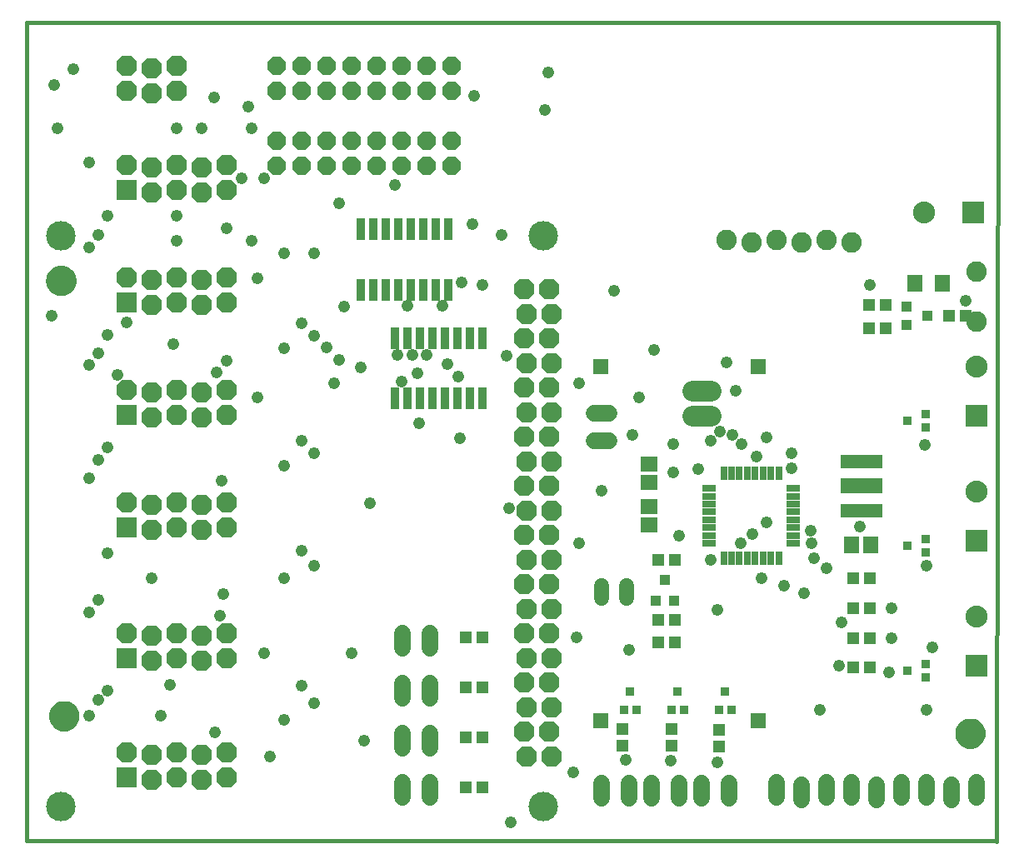
<source format=gts>
G75*
%MOIN*%
%OFA0B0*%
%FSLAX24Y24*%
%IPPOS*%
%LPD*%
%AMOC8*
5,1,8,0,0,1.08239X$1,22.5*
%
%ADD10C,0.0160*%
%ADD11C,0.0820*%
%ADD12R,0.1655X0.0552*%
%ADD13R,0.1655X0.0631*%
%ADD14C,0.0680*%
%ADD15R,0.0580X0.0300*%
%ADD16R,0.0300X0.0580*%
%ADD17R,0.0592X0.0671*%
%ADD18R,0.0671X0.0592*%
%ADD19R,0.0631X0.0710*%
%ADD20R,0.0820X0.0820*%
%ADD21OC8,0.0820*%
%ADD22C,0.0820*%
%ADD23C,0.0500*%
%ADD24C,0.0474*%
%ADD25R,0.0880X0.0880*%
%ADD26C,0.0880*%
%ADD27R,0.0434X0.0395*%
%ADD28R,0.0356X0.0356*%
%ADD29R,0.0395X0.0434*%
%ADD30R,0.0513X0.0474*%
%ADD31R,0.0474X0.0513*%
%ADD32C,0.0600*%
%ADD33R,0.0340X0.0880*%
%ADD34OC8,0.0740*%
%ADD35C,0.0000*%
%ADD36C,0.1182*%
%ADD37R,0.0595X0.0595*%
%ADD38C,0.0476*%
D10*
X004043Y005930D02*
X004043Y038680D01*
X042918Y038680D01*
X042843Y005905D01*
X042788Y005930D02*
X004043Y005930D01*
D11*
X030673Y022930D02*
X031413Y022930D01*
X031413Y023930D02*
X030673Y023930D01*
D12*
X037443Y021114D03*
X037443Y019146D03*
D13*
X037443Y020130D03*
D14*
X027343Y021930D02*
X026743Y021930D01*
X026743Y023030D02*
X027343Y023030D01*
X020193Y014230D02*
X020193Y013630D01*
X019093Y013630D02*
X019093Y014230D01*
X019093Y012230D02*
X019093Y011630D01*
X020193Y011630D02*
X020193Y012230D01*
X020193Y010230D02*
X020193Y009630D01*
X019093Y009630D02*
X019093Y010230D01*
X019093Y008280D02*
X019093Y007680D01*
X020193Y007680D02*
X020193Y008280D01*
X027043Y008230D02*
X027043Y007630D01*
X028143Y007630D02*
X028143Y008230D01*
X029043Y008230D02*
X029043Y007630D01*
X030143Y007630D02*
X030143Y008230D01*
X031043Y008230D02*
X031043Y007630D01*
X032143Y007630D02*
X032143Y008230D01*
X034043Y008280D02*
X034043Y007680D01*
X035043Y007580D02*
X035043Y008180D01*
X036043Y008280D02*
X036043Y007680D01*
X037043Y007680D02*
X037043Y008280D01*
X038043Y008180D02*
X038043Y007580D01*
X039043Y007680D02*
X039043Y008280D01*
X040043Y008280D02*
X040043Y007680D01*
X041043Y007580D02*
X041043Y008180D01*
X042043Y008280D02*
X042043Y007680D01*
D15*
X034733Y017828D03*
X034733Y018143D03*
X034733Y018458D03*
X034733Y018773D03*
X034733Y019087D03*
X034733Y019402D03*
X034733Y019717D03*
X034733Y020032D03*
X031353Y020032D03*
X031353Y019717D03*
X031353Y019402D03*
X031353Y019087D03*
X031353Y018773D03*
X031353Y018458D03*
X031353Y018143D03*
X031353Y017828D03*
D16*
X031941Y017240D03*
X032256Y017240D03*
X032570Y017240D03*
X032885Y017240D03*
X033200Y017240D03*
X033515Y017240D03*
X033830Y017240D03*
X034145Y017240D03*
X034145Y020620D03*
X033830Y020620D03*
X033515Y020620D03*
X033200Y020620D03*
X032885Y020620D03*
X032570Y020620D03*
X032256Y020620D03*
X031941Y020620D03*
D17*
X037069Y017780D03*
X037817Y017780D03*
D18*
X028943Y018556D03*
X028943Y019304D03*
X028943Y020256D03*
X028943Y021004D03*
D19*
X039592Y028230D03*
X040694Y028230D03*
D20*
X008043Y027480D03*
X008043Y022980D03*
X008043Y018480D03*
X008043Y013230D03*
X008043Y008480D03*
X008043Y031980D03*
D21*
X008043Y032980D03*
X009043Y032880D03*
X009043Y031880D03*
X010043Y031980D03*
X010043Y032980D03*
X011043Y032880D03*
X011043Y031880D03*
X012043Y031980D03*
X012043Y032980D03*
X010043Y035930D03*
X010043Y036930D03*
X009043Y036830D03*
X009043Y035830D03*
X008043Y035930D03*
X008043Y036930D03*
X008043Y028480D03*
X009043Y028380D03*
X009043Y027380D03*
X010043Y027480D03*
X011043Y027380D03*
X011043Y028380D03*
X012043Y028480D03*
X012043Y027480D03*
X010043Y028480D03*
X010043Y023980D03*
X010043Y022980D03*
X011043Y022880D03*
X012043Y022980D03*
X012043Y023980D03*
X011043Y023880D03*
X009043Y023880D03*
X008043Y023980D03*
X009043Y022880D03*
X009043Y019380D03*
X009043Y018380D03*
X010043Y018480D03*
X010043Y019480D03*
X011043Y019380D03*
X011043Y018380D03*
X012043Y018480D03*
X012043Y019480D03*
X008043Y019480D03*
X008043Y014230D03*
X009043Y014130D03*
X010043Y014230D03*
X010043Y013230D03*
X011043Y013130D03*
X012043Y013230D03*
X012043Y014230D03*
X011043Y014130D03*
X009043Y013130D03*
X009043Y009380D03*
X010043Y009480D03*
X011043Y009380D03*
X012043Y009480D03*
X012043Y008480D03*
X011043Y008380D03*
X010043Y008480D03*
X009043Y008380D03*
X008043Y009480D03*
X023965Y010292D03*
X024065Y011261D03*
X025065Y011261D03*
X024965Y010292D03*
X025065Y009292D03*
X024065Y009292D03*
X023965Y012261D03*
X024965Y012261D03*
X025065Y013229D03*
X024065Y013229D03*
X023965Y014229D03*
X024065Y015198D03*
X025065Y015198D03*
X024965Y014229D03*
X024965Y016198D03*
X025065Y017166D03*
X024065Y017166D03*
X023965Y016198D03*
X023965Y018166D03*
X024965Y018166D03*
X025065Y019135D03*
X024065Y019135D03*
X023965Y020135D03*
X024065Y021103D03*
X025065Y021103D03*
X024965Y020135D03*
X024965Y022103D03*
X025065Y023072D03*
X024065Y023072D03*
X023965Y022103D03*
X023965Y024072D03*
X024065Y025040D03*
X025065Y025040D03*
X024965Y024072D03*
X024965Y026040D03*
X025065Y027009D03*
X024065Y027009D03*
X023965Y026040D03*
X023965Y028009D03*
X024965Y028009D03*
D22*
X032043Y029980D03*
X033043Y029880D03*
X034043Y029980D03*
X035043Y029880D03*
X036043Y029980D03*
X037043Y029880D03*
X042043Y028705D03*
X042043Y026705D03*
D23*
X041439Y010230D02*
X041441Y010267D01*
X041447Y010304D01*
X041456Y010339D01*
X041470Y010374D01*
X041486Y010407D01*
X041507Y010438D01*
X041530Y010467D01*
X041556Y010493D01*
X041585Y010516D01*
X041616Y010537D01*
X041649Y010553D01*
X041684Y010567D01*
X041719Y010576D01*
X041756Y010582D01*
X041793Y010584D01*
X041830Y010582D01*
X041867Y010576D01*
X041902Y010567D01*
X041937Y010553D01*
X041970Y010537D01*
X042001Y010516D01*
X042030Y010493D01*
X042056Y010467D01*
X042079Y010438D01*
X042100Y010407D01*
X042116Y010374D01*
X042130Y010339D01*
X042139Y010304D01*
X042145Y010267D01*
X042147Y010230D01*
X042145Y010193D01*
X042139Y010156D01*
X042130Y010121D01*
X042116Y010086D01*
X042100Y010053D01*
X042079Y010022D01*
X042056Y009993D01*
X042030Y009967D01*
X042001Y009944D01*
X041970Y009923D01*
X041937Y009907D01*
X041902Y009893D01*
X041867Y009884D01*
X041830Y009878D01*
X041793Y009876D01*
X041756Y009878D01*
X041719Y009884D01*
X041684Y009893D01*
X041649Y009907D01*
X041616Y009923D01*
X041585Y009944D01*
X041556Y009967D01*
X041530Y009993D01*
X041507Y010022D01*
X041486Y010053D01*
X041470Y010086D01*
X041456Y010121D01*
X041447Y010156D01*
X041441Y010193D01*
X041439Y010230D01*
X005189Y010930D02*
X005191Y010967D01*
X005197Y011004D01*
X005206Y011039D01*
X005220Y011074D01*
X005236Y011107D01*
X005257Y011138D01*
X005280Y011167D01*
X005306Y011193D01*
X005335Y011216D01*
X005366Y011237D01*
X005399Y011253D01*
X005434Y011267D01*
X005469Y011276D01*
X005506Y011282D01*
X005543Y011284D01*
X005580Y011282D01*
X005617Y011276D01*
X005652Y011267D01*
X005687Y011253D01*
X005720Y011237D01*
X005751Y011216D01*
X005780Y011193D01*
X005806Y011167D01*
X005829Y011138D01*
X005850Y011107D01*
X005866Y011074D01*
X005880Y011039D01*
X005889Y011004D01*
X005895Y010967D01*
X005897Y010930D01*
X005895Y010893D01*
X005889Y010856D01*
X005880Y010821D01*
X005866Y010786D01*
X005850Y010753D01*
X005829Y010722D01*
X005806Y010693D01*
X005780Y010667D01*
X005751Y010644D01*
X005720Y010623D01*
X005687Y010607D01*
X005652Y010593D01*
X005617Y010584D01*
X005580Y010578D01*
X005543Y010576D01*
X005506Y010578D01*
X005469Y010584D01*
X005434Y010593D01*
X005399Y010607D01*
X005366Y010623D01*
X005335Y010644D01*
X005306Y010667D01*
X005280Y010693D01*
X005257Y010722D01*
X005236Y010753D01*
X005220Y010786D01*
X005206Y010821D01*
X005197Y010856D01*
X005191Y010893D01*
X005189Y010930D01*
X005069Y028347D02*
X005071Y028384D01*
X005077Y028421D01*
X005086Y028456D01*
X005100Y028491D01*
X005116Y028524D01*
X005137Y028555D01*
X005160Y028584D01*
X005186Y028610D01*
X005215Y028633D01*
X005246Y028654D01*
X005279Y028670D01*
X005314Y028684D01*
X005349Y028693D01*
X005386Y028699D01*
X005423Y028701D01*
X005460Y028699D01*
X005497Y028693D01*
X005532Y028684D01*
X005567Y028670D01*
X005600Y028654D01*
X005631Y028633D01*
X005660Y028610D01*
X005686Y028584D01*
X005709Y028555D01*
X005730Y028524D01*
X005746Y028491D01*
X005760Y028456D01*
X005769Y028421D01*
X005775Y028384D01*
X005777Y028347D01*
X005775Y028310D01*
X005769Y028273D01*
X005760Y028238D01*
X005746Y028203D01*
X005730Y028170D01*
X005709Y028139D01*
X005686Y028110D01*
X005660Y028084D01*
X005631Y028061D01*
X005600Y028040D01*
X005567Y028024D01*
X005532Y028010D01*
X005497Y028001D01*
X005460Y027995D01*
X005423Y027993D01*
X005386Y027995D01*
X005349Y028001D01*
X005314Y028010D01*
X005279Y028024D01*
X005246Y028040D01*
X005215Y028061D01*
X005186Y028084D01*
X005160Y028110D01*
X005137Y028139D01*
X005116Y028170D01*
X005100Y028203D01*
X005086Y028238D01*
X005077Y028273D01*
X005071Y028310D01*
X005069Y028347D01*
D24*
X005423Y028347D03*
X005543Y010930D03*
X041793Y010230D03*
D25*
X042043Y012930D03*
X042043Y017930D03*
X042043Y022930D03*
X041918Y031055D03*
D26*
X039949Y031055D03*
X042043Y024899D03*
X042043Y019899D03*
X042043Y014899D03*
D27*
X039249Y026556D03*
X039249Y027304D03*
X040076Y026930D03*
D28*
X040007Y022986D03*
X040007Y022474D03*
X039279Y022730D03*
X040007Y017986D03*
X040007Y017474D03*
X039279Y017730D03*
X040007Y012986D03*
X040007Y012474D03*
X039279Y012730D03*
X032249Y011166D03*
X031737Y011166D03*
X031993Y011894D03*
X030349Y011166D03*
X029837Y011166D03*
X030093Y011894D03*
X028449Y011166D03*
X027937Y011166D03*
X028193Y011894D03*
D29*
X029219Y015536D03*
X029967Y015536D03*
X029593Y016363D03*
D30*
X029308Y017180D03*
X029978Y017180D03*
X029978Y014780D03*
X029308Y014780D03*
X029308Y013880D03*
X029978Y013880D03*
X037108Y014030D03*
X037778Y014030D03*
X037778Y015230D03*
X037108Y015230D03*
X037108Y012880D03*
X037778Y012880D03*
X022278Y012080D03*
X021608Y012080D03*
X021608Y010080D03*
X022278Y010080D03*
X022278Y008080D03*
X021608Y008080D03*
X021608Y014080D03*
X022278Y014080D03*
X037758Y026430D03*
X038428Y026430D03*
X038428Y027380D03*
X037758Y027380D03*
X040958Y026930D03*
X041628Y026930D03*
D31*
X037778Y016430D03*
X037108Y016430D03*
X031743Y010365D03*
X031743Y009695D03*
X029843Y009745D03*
X029843Y010415D03*
X027893Y010415D03*
X027893Y009745D03*
D32*
X028043Y015620D02*
X028043Y016140D01*
X027043Y016140D02*
X027043Y015620D01*
D33*
X022293Y023620D03*
X021793Y023620D03*
X021293Y023620D03*
X020793Y023620D03*
X020293Y023620D03*
X019793Y023620D03*
X019293Y023620D03*
X018793Y023620D03*
X018793Y026040D03*
X019293Y026040D03*
X019793Y026040D03*
X020293Y026040D03*
X020793Y026040D03*
X021293Y026040D03*
X021793Y026040D03*
X022293Y026040D03*
X020918Y027970D03*
X020418Y027970D03*
X019918Y027970D03*
X019418Y027970D03*
X018918Y027970D03*
X018418Y027970D03*
X017918Y027970D03*
X017418Y027970D03*
X017418Y030390D03*
X017918Y030390D03*
X018418Y030390D03*
X018918Y030390D03*
X019418Y030390D03*
X019918Y030390D03*
X020418Y030390D03*
X020918Y030390D03*
D34*
X021043Y032930D03*
X021043Y033930D03*
X020043Y033930D03*
X020043Y032930D03*
X019043Y032930D03*
X019043Y033930D03*
X018043Y033930D03*
X018043Y032930D03*
X017043Y032930D03*
X017043Y033930D03*
X016043Y033930D03*
X016043Y032930D03*
X015043Y032930D03*
X015043Y033930D03*
X014043Y033930D03*
X014043Y032930D03*
X014043Y035930D03*
X015043Y035930D03*
X016043Y035930D03*
X017043Y035930D03*
X018043Y035930D03*
X019043Y035930D03*
X020043Y035930D03*
X021043Y035930D03*
X021043Y036930D03*
X020043Y036930D03*
X019043Y036930D03*
X018043Y036930D03*
X017043Y036930D03*
X016043Y036930D03*
X015043Y036930D03*
X014043Y036930D03*
D35*
X004870Y030143D02*
X004872Y030190D01*
X004878Y030236D01*
X004888Y030282D01*
X004901Y030327D01*
X004919Y030370D01*
X004940Y030412D01*
X004964Y030452D01*
X004992Y030489D01*
X005023Y030524D01*
X005057Y030557D01*
X005093Y030586D01*
X005132Y030612D01*
X005173Y030635D01*
X005216Y030654D01*
X005260Y030670D01*
X005305Y030682D01*
X005351Y030690D01*
X005398Y030694D01*
X005444Y030694D01*
X005491Y030690D01*
X005537Y030682D01*
X005582Y030670D01*
X005626Y030654D01*
X005669Y030635D01*
X005710Y030612D01*
X005749Y030586D01*
X005785Y030557D01*
X005819Y030524D01*
X005850Y030489D01*
X005878Y030452D01*
X005902Y030412D01*
X005923Y030370D01*
X005941Y030327D01*
X005954Y030282D01*
X005964Y030236D01*
X005970Y030190D01*
X005972Y030143D01*
X005970Y030096D01*
X005964Y030050D01*
X005954Y030004D01*
X005941Y029959D01*
X005923Y029916D01*
X005902Y029874D01*
X005878Y029834D01*
X005850Y029797D01*
X005819Y029762D01*
X005785Y029729D01*
X005749Y029700D01*
X005710Y029674D01*
X005669Y029651D01*
X005626Y029632D01*
X005582Y029616D01*
X005537Y029604D01*
X005491Y029596D01*
X005444Y029592D01*
X005398Y029592D01*
X005351Y029596D01*
X005305Y029604D01*
X005260Y029616D01*
X005216Y029632D01*
X005173Y029651D01*
X005132Y029674D01*
X005093Y029700D01*
X005057Y029729D01*
X005023Y029762D01*
X004992Y029797D01*
X004964Y029834D01*
X004940Y029874D01*
X004919Y029916D01*
X004901Y029959D01*
X004888Y030004D01*
X004878Y030050D01*
X004872Y030096D01*
X004870Y030143D01*
X024161Y030143D02*
X024163Y030190D01*
X024169Y030236D01*
X024179Y030282D01*
X024192Y030327D01*
X024210Y030370D01*
X024231Y030412D01*
X024255Y030452D01*
X024283Y030489D01*
X024314Y030524D01*
X024348Y030557D01*
X024384Y030586D01*
X024423Y030612D01*
X024464Y030635D01*
X024507Y030654D01*
X024551Y030670D01*
X024596Y030682D01*
X024642Y030690D01*
X024689Y030694D01*
X024735Y030694D01*
X024782Y030690D01*
X024828Y030682D01*
X024873Y030670D01*
X024917Y030654D01*
X024960Y030635D01*
X025001Y030612D01*
X025040Y030586D01*
X025076Y030557D01*
X025110Y030524D01*
X025141Y030489D01*
X025169Y030452D01*
X025193Y030412D01*
X025214Y030370D01*
X025232Y030327D01*
X025245Y030282D01*
X025255Y030236D01*
X025261Y030190D01*
X025263Y030143D01*
X025261Y030096D01*
X025255Y030050D01*
X025245Y030004D01*
X025232Y029959D01*
X025214Y029916D01*
X025193Y029874D01*
X025169Y029834D01*
X025141Y029797D01*
X025110Y029762D01*
X025076Y029729D01*
X025040Y029700D01*
X025001Y029674D01*
X024960Y029651D01*
X024917Y029632D01*
X024873Y029616D01*
X024828Y029604D01*
X024782Y029596D01*
X024735Y029592D01*
X024689Y029592D01*
X024642Y029596D01*
X024596Y029604D01*
X024551Y029616D01*
X024507Y029632D01*
X024464Y029651D01*
X024423Y029674D01*
X024384Y029700D01*
X024348Y029729D01*
X024314Y029762D01*
X024283Y029797D01*
X024255Y029834D01*
X024231Y029874D01*
X024210Y029916D01*
X024192Y029959D01*
X024179Y030004D01*
X024169Y030050D01*
X024163Y030096D01*
X024161Y030143D01*
X024161Y007308D02*
X024163Y007355D01*
X024169Y007401D01*
X024179Y007447D01*
X024192Y007492D01*
X024210Y007535D01*
X024231Y007577D01*
X024255Y007617D01*
X024283Y007654D01*
X024314Y007689D01*
X024348Y007722D01*
X024384Y007751D01*
X024423Y007777D01*
X024464Y007800D01*
X024507Y007819D01*
X024551Y007835D01*
X024596Y007847D01*
X024642Y007855D01*
X024689Y007859D01*
X024735Y007859D01*
X024782Y007855D01*
X024828Y007847D01*
X024873Y007835D01*
X024917Y007819D01*
X024960Y007800D01*
X025001Y007777D01*
X025040Y007751D01*
X025076Y007722D01*
X025110Y007689D01*
X025141Y007654D01*
X025169Y007617D01*
X025193Y007577D01*
X025214Y007535D01*
X025232Y007492D01*
X025245Y007447D01*
X025255Y007401D01*
X025261Y007355D01*
X025263Y007308D01*
X025261Y007261D01*
X025255Y007215D01*
X025245Y007169D01*
X025232Y007124D01*
X025214Y007081D01*
X025193Y007039D01*
X025169Y006999D01*
X025141Y006962D01*
X025110Y006927D01*
X025076Y006894D01*
X025040Y006865D01*
X025001Y006839D01*
X024960Y006816D01*
X024917Y006797D01*
X024873Y006781D01*
X024828Y006769D01*
X024782Y006761D01*
X024735Y006757D01*
X024689Y006757D01*
X024642Y006761D01*
X024596Y006769D01*
X024551Y006781D01*
X024507Y006797D01*
X024464Y006816D01*
X024423Y006839D01*
X024384Y006865D01*
X024348Y006894D01*
X024314Y006927D01*
X024283Y006962D01*
X024255Y006999D01*
X024231Y007039D01*
X024210Y007081D01*
X024192Y007124D01*
X024179Y007169D01*
X024169Y007215D01*
X024163Y007261D01*
X024161Y007308D01*
X004870Y007308D02*
X004872Y007355D01*
X004878Y007401D01*
X004888Y007447D01*
X004901Y007492D01*
X004919Y007535D01*
X004940Y007577D01*
X004964Y007617D01*
X004992Y007654D01*
X005023Y007689D01*
X005057Y007722D01*
X005093Y007751D01*
X005132Y007777D01*
X005173Y007800D01*
X005216Y007819D01*
X005260Y007835D01*
X005305Y007847D01*
X005351Y007855D01*
X005398Y007859D01*
X005444Y007859D01*
X005491Y007855D01*
X005537Y007847D01*
X005582Y007835D01*
X005626Y007819D01*
X005669Y007800D01*
X005710Y007777D01*
X005749Y007751D01*
X005785Y007722D01*
X005819Y007689D01*
X005850Y007654D01*
X005878Y007617D01*
X005902Y007577D01*
X005923Y007535D01*
X005941Y007492D01*
X005954Y007447D01*
X005964Y007401D01*
X005970Y007355D01*
X005972Y007308D01*
X005970Y007261D01*
X005964Y007215D01*
X005954Y007169D01*
X005941Y007124D01*
X005923Y007081D01*
X005902Y007039D01*
X005878Y006999D01*
X005850Y006962D01*
X005819Y006927D01*
X005785Y006894D01*
X005749Y006865D01*
X005710Y006839D01*
X005669Y006816D01*
X005626Y006797D01*
X005582Y006781D01*
X005537Y006769D01*
X005491Y006761D01*
X005444Y006757D01*
X005398Y006757D01*
X005351Y006761D01*
X005305Y006769D01*
X005260Y006781D01*
X005216Y006797D01*
X005173Y006816D01*
X005132Y006839D01*
X005093Y006865D01*
X005057Y006894D01*
X005023Y006927D01*
X004992Y006962D01*
X004964Y006999D01*
X004940Y007039D01*
X004919Y007081D01*
X004901Y007124D01*
X004888Y007169D01*
X004878Y007215D01*
X004872Y007261D01*
X004870Y007308D01*
D36*
X005421Y007308D03*
X024712Y007308D03*
X024712Y030143D03*
X005421Y030143D03*
D37*
X027006Y024893D03*
X033306Y024893D03*
X033306Y010719D03*
X027006Y010719D03*
D38*
X028023Y009160D03*
X029823Y009130D03*
X031673Y009080D03*
X035793Y011180D03*
X036543Y012930D03*
X036668Y014680D03*
X035143Y015830D03*
X034343Y016130D03*
X033443Y016430D03*
X032618Y017830D03*
X033093Y018205D03*
X033668Y018680D03*
X035423Y018340D03*
X035443Y017830D03*
X035543Y017230D03*
X036043Y016830D03*
X037383Y018510D03*
X040043Y016930D03*
X038643Y015230D03*
X038643Y014030D03*
X040293Y013680D03*
X038543Y012680D03*
X040043Y011180D03*
X031693Y015180D03*
X031418Y017180D03*
X030156Y018143D03*
X029918Y020680D03*
X030918Y020805D03*
X031418Y021930D03*
X031793Y022305D03*
X032293Y022180D03*
X032668Y021805D03*
X033243Y021305D03*
X033668Y022055D03*
X034643Y021430D03*
X034643Y020830D03*
X032418Y023930D03*
X032043Y025055D03*
X029168Y025555D03*
X028543Y023680D03*
X028293Y022180D03*
X029918Y021805D03*
X027043Y019930D03*
X026143Y017830D03*
X023343Y019230D03*
X021373Y022040D03*
X019743Y022630D03*
X019053Y024290D03*
X019673Y024640D03*
X019493Y025370D03*
X020053Y025360D03*
X020903Y024990D03*
X021323Y024510D03*
X023243Y025330D03*
X026143Y024230D03*
X027543Y027930D03*
X023043Y030180D03*
X021893Y030605D03*
X021443Y028255D03*
X022293Y028180D03*
X020673Y027320D03*
X019303Y027320D03*
X018883Y025360D03*
X017418Y024870D03*
X016543Y025180D03*
X016043Y025680D03*
X015543Y026130D03*
X015043Y026630D03*
X014343Y025630D03*
X016343Y024230D03*
X015043Y021930D03*
X015543Y021430D03*
X014343Y020930D03*
X011843Y020330D03*
X015043Y017530D03*
X015543Y016930D03*
X014343Y016430D03*
X011918Y015805D03*
X011793Y014930D03*
X013543Y013430D03*
X015043Y012130D03*
X015543Y011430D03*
X014343Y010780D03*
X013793Y009305D03*
X011593Y010280D03*
X009418Y010930D03*
X009793Y012180D03*
X007293Y011930D03*
X006918Y011555D03*
X006543Y010930D03*
X006543Y015055D03*
X006918Y015555D03*
X009043Y016430D03*
X007293Y017430D03*
X006543Y020430D03*
X006918Y021180D03*
X007293Y021680D03*
X007693Y024580D03*
X006918Y025430D03*
X006543Y024955D03*
X007293Y026180D03*
X008043Y026680D03*
X009918Y025805D03*
X011643Y024680D03*
X012043Y025130D03*
X013293Y023680D03*
X016763Y027310D03*
X015543Y029430D03*
X014343Y029430D03*
X013043Y029930D03*
X012043Y030430D03*
X010043Y029930D03*
X010043Y030930D03*
X012643Y032430D03*
X013543Y032430D03*
X013043Y034430D03*
X012918Y035305D03*
X011543Y035680D03*
X011043Y034430D03*
X010043Y034430D03*
X006543Y033055D03*
X005293Y034430D03*
X005168Y036180D03*
X005918Y036805D03*
X007293Y030930D03*
X006918Y030180D03*
X006543Y029680D03*
X005043Y026930D03*
X013293Y028430D03*
X016543Y031430D03*
X018793Y032180D03*
X021943Y035730D03*
X024793Y035180D03*
X024918Y036680D03*
X037793Y028180D03*
X041628Y027545D03*
X039993Y021780D03*
X028168Y013555D03*
X026043Y014055D03*
X025918Y008680D03*
X023418Y006680D03*
X017543Y009930D03*
X017043Y013430D03*
X017793Y019430D03*
M02*

</source>
